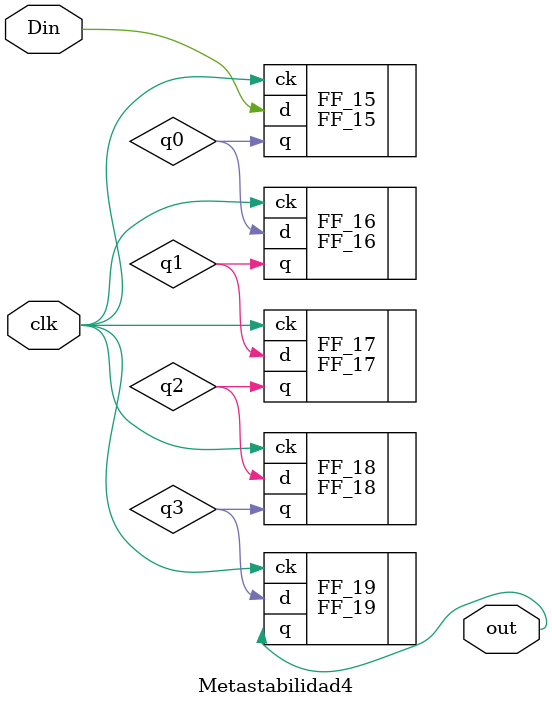
<source format=v>
`timescale 1ns / 1ps

module Metastabilidad4( //modulo para evitar los efectos del rebote del pulsador
    input Din,			    //Declaracion de entradas y salidas
    input clk,			    //el modulo consiste en flipflops tipo D en cascada
	 output out
    );


wire q0,q1,q2,q3;

FF_15 FF_15 (        //FlipFlop 0
    .ck(clk), 
    .d(Din), 
    .q(q0)
    );

FF_16 FF_16 (			//FlipFlop 1
    .ck(clk), 
    .d(q0), 
    .q(q1)
    );

FF_17 FF_17 (			//FlipFlop 2
    .ck(clk), 
    .d(q1), 
    .q(q2)
    );

FF_18 FF_18 (			//FlipFlop 3
    .ck(clk), 
    .d(q2), 
    .q(q3)
    );

FF_19 FF_19 (			//FlipFlop 4
    .ck(clk), 
    .d(q3), 
    .q(out)
    );



endmodule
</source>
